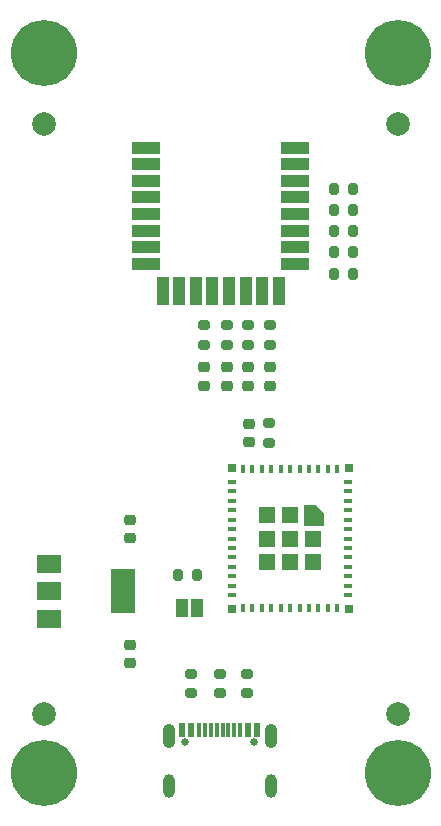
<source format=gbr>
%TF.GenerationSoftware,KiCad,Pcbnew,7.0.7*%
%TF.CreationDate,2023-08-28T22:10:07-07:00*%
%TF.ProjectId,Untitled,556e7469-746c-4656-942e-6b696361645f,rev?*%
%TF.SameCoordinates,Original*%
%TF.FileFunction,Soldermask,Top*%
%TF.FilePolarity,Negative*%
%FSLAX46Y46*%
G04 Gerber Fmt 4.6, Leading zero omitted, Abs format (unit mm)*
G04 Created by KiCad (PCBNEW 7.0.7) date 2023-08-28 22:10:07*
%MOMM*%
%LPD*%
G01*
G04 APERTURE LIST*
G04 Aperture macros list*
%AMRoundRect*
0 Rectangle with rounded corners*
0 $1 Rounding radius*
0 $2 $3 $4 $5 $6 $7 $8 $9 X,Y pos of 4 corners*
0 Add a 4 corners polygon primitive as box body*
4,1,4,$2,$3,$4,$5,$6,$7,$8,$9,$2,$3,0*
0 Add four circle primitives for the rounded corners*
1,1,$1+$1,$2,$3*
1,1,$1+$1,$4,$5*
1,1,$1+$1,$6,$7*
1,1,$1+$1,$8,$9*
0 Add four rect primitives between the rounded corners*
20,1,$1+$1,$2,$3,$4,$5,0*
20,1,$1+$1,$4,$5,$6,$7,0*
20,1,$1+$1,$6,$7,$8,$9,0*
20,1,$1+$1,$8,$9,$2,$3,0*%
G04 Aperture macros list end*
%ADD10C,0.010000*%
%ADD11RoundRect,0.200000X0.275000X-0.200000X0.275000X0.200000X-0.275000X0.200000X-0.275000X-0.200000X0*%
%ADD12RoundRect,0.200000X-0.275000X0.200000X-0.275000X-0.200000X0.275000X-0.200000X0.275000X0.200000X0*%
%ADD13C,2.000000*%
%ADD14RoundRect,0.200000X-0.200000X-0.275000X0.200000X-0.275000X0.200000X0.275000X-0.200000X0.275000X0*%
%ADD15C,5.600000*%
%ADD16RoundRect,0.218750X0.256250X-0.218750X0.256250X0.218750X-0.256250X0.218750X-0.256250X-0.218750X0*%
%ADD17R,2.450000X1.000000*%
%ADD18R,1.000000X2.450000*%
%ADD19RoundRect,0.225000X0.250000X-0.225000X0.250000X0.225000X-0.250000X0.225000X-0.250000X-0.225000X0*%
%ADD20R,2.000000X1.500000*%
%ADD21R,2.000000X3.800000*%
%ADD22RoundRect,0.225000X-0.250000X0.225000X-0.250000X-0.225000X0.250000X-0.225000X0.250000X0.225000X0*%
%ADD23RoundRect,0.200000X0.200000X0.275000X-0.200000X0.275000X-0.200000X-0.275000X0.200000X-0.275000X0*%
%ADD24R,1.000000X1.500000*%
%ADD25C,0.650000*%
%ADD26R,0.600000X1.150000*%
%ADD27R,0.300000X1.150000*%
%ADD28O,1.050000X2.100000*%
%ADD29O,1.000000X2.000000*%
%ADD30R,0.400000X0.800000*%
%ADD31R,0.800000X0.400000*%
%ADD32R,1.450000X1.450000*%
%ADD33R,0.700000X0.700000*%
G04 APERTURE END LIST*
%TO.C,U1*%
D10*
X168675000Y-112985000D02*
X168675000Y-113975000D01*
X167025000Y-113975000D01*
X167025000Y-112325000D01*
X168015000Y-112325000D01*
X168675000Y-112985000D01*
G36*
X168675000Y-112985000D02*
G01*
X168675000Y-113975000D01*
X167025000Y-113975000D01*
X167025000Y-112325000D01*
X168015000Y-112325000D01*
X168675000Y-112985000D01*
G37*
%TD*%
D11*
%TO.C,R9*%
X164200000Y-98725000D03*
X164200000Y-97075000D03*
%TD*%
D12*
%TO.C,R5*%
X157500000Y-126575000D03*
X157500000Y-128225000D03*
%TD*%
D13*
%TO.C,FID1*%
X145000000Y-80000000D03*
%TD*%
D12*
%TO.C,R2*%
X164084000Y-105347000D03*
X164084000Y-106997000D03*
%TD*%
D11*
%TO.C,R6*%
X162200000Y-128225000D03*
X162200000Y-126575000D03*
%TD*%
D14*
%TO.C,R1*%
X169575000Y-92700000D03*
X171225000Y-92700000D03*
%TD*%
D15*
%TO.C,H1*%
X145000000Y-74000000D03*
%TD*%
D11*
%TO.C,R8*%
X162300000Y-98725000D03*
X162300000Y-97075000D03*
%TD*%
D15*
%TO.C,H4*%
X175000000Y-135000000D03*
%TD*%
D13*
%TO.C,FID4*%
X175000000Y-130000000D03*
%TD*%
D16*
%TO.C,D1*%
X158600000Y-102187500D03*
X158600000Y-100612500D03*
%TD*%
D17*
%TO.C,U2*%
X153705000Y-82050000D03*
X153705000Y-83450000D03*
X153705000Y-84850000D03*
X153705000Y-86250000D03*
X153705000Y-87650000D03*
X153705000Y-89050000D03*
X153705000Y-90450000D03*
X153705000Y-91850000D03*
D18*
X155100000Y-94145000D03*
X156500000Y-94145000D03*
X157900000Y-94145000D03*
X159300000Y-94145000D03*
X160700000Y-94145000D03*
X162100000Y-94145000D03*
X163500000Y-94145000D03*
X164900000Y-94145000D03*
D17*
X166295000Y-91850000D03*
X166295000Y-90450000D03*
X166295000Y-89050000D03*
X166295000Y-87650000D03*
X166295000Y-86250000D03*
X166295000Y-84850000D03*
X166295000Y-83450000D03*
X166295000Y-82050000D03*
%TD*%
D14*
%TO.C,R11*%
X169575000Y-87300000D03*
X171225000Y-87300000D03*
%TD*%
D19*
%TO.C,C3*%
X152300000Y-115075000D03*
X152300000Y-113525000D03*
%TD*%
D16*
%TO.C,D2*%
X160500000Y-102175000D03*
X160500000Y-100600000D03*
%TD*%
D20*
%TO.C,U4*%
X145450000Y-117300000D03*
X145450000Y-119600000D03*
D21*
X151750000Y-119600000D03*
D20*
X145450000Y-121900000D03*
%TD*%
D22*
%TO.C,C1*%
X162356800Y-105397000D03*
X162356800Y-106947000D03*
%TD*%
D16*
%TO.C,D4*%
X164200000Y-102175000D03*
X164200000Y-100600000D03*
%TD*%
D14*
%TO.C,R12*%
X169575000Y-89100000D03*
X171225000Y-89100000D03*
%TD*%
D16*
%TO.C,D3*%
X162300000Y-102187500D03*
X162300000Y-100612500D03*
%TD*%
D15*
%TO.C,H2*%
X175000000Y-74000000D03*
%TD*%
D11*
%TO.C,R4*%
X159900000Y-128225000D03*
X159900000Y-126575000D03*
%TD*%
D13*
%TO.C,FID2*%
X175000000Y-80000000D03*
%TD*%
%TO.C,FID3*%
X145000000Y-130000000D03*
%TD*%
D23*
%TO.C,R14*%
X171225000Y-85500000D03*
X169575000Y-85500000D03*
%TD*%
D24*
%TO.C,JP2*%
X158000000Y-121000000D03*
X156700000Y-121000000D03*
%TD*%
D11*
%TO.C,R10*%
X158600000Y-98725000D03*
X158600000Y-97075000D03*
%TD*%
D14*
%TO.C,R13*%
X169575000Y-90900000D03*
X171225000Y-90900000D03*
%TD*%
D25*
%TO.C,J1*%
X157010000Y-132385000D03*
X162790000Y-132385000D03*
D26*
X156700000Y-131310000D03*
X157500000Y-131310000D03*
D27*
X158650000Y-131310000D03*
X159650000Y-131310000D03*
X160150000Y-131310000D03*
X161150000Y-131310000D03*
D26*
X163100000Y-131310000D03*
X162300000Y-131310000D03*
D27*
X161650000Y-131310000D03*
X160650000Y-131310000D03*
X159150000Y-131310000D03*
X158150000Y-131310000D03*
D28*
X155580000Y-131885000D03*
D29*
X155580000Y-136065000D03*
X164220000Y-136065000D03*
D28*
X164220000Y-131885000D03*
%TD*%
D30*
%TO.C,U1*%
X169875000Y-109225000D03*
X169075000Y-109225000D03*
X168275000Y-109225000D03*
X167475000Y-109225000D03*
X166675000Y-109225000D03*
X165875000Y-109225000D03*
X165075000Y-109225000D03*
X164275000Y-109225000D03*
X163475000Y-109225000D03*
X162675000Y-109225000D03*
X161875000Y-109225000D03*
D31*
X160975000Y-110325000D03*
X160975000Y-111125000D03*
X160975000Y-111925000D03*
X160975000Y-112725000D03*
X160975000Y-113525000D03*
X160975000Y-114325000D03*
X160975000Y-115125000D03*
X160975000Y-115925000D03*
X160975000Y-116725000D03*
X160975000Y-117525000D03*
X160975000Y-118325000D03*
X160975000Y-119125000D03*
X160975000Y-119925000D03*
D30*
X161875000Y-121025000D03*
X162675000Y-121025000D03*
X163475000Y-121025000D03*
X164275000Y-121025000D03*
X165075000Y-121025000D03*
X165875000Y-121025000D03*
X166675000Y-121025000D03*
X167475000Y-121025000D03*
X168275000Y-121025000D03*
X169075000Y-121025000D03*
X169875000Y-121025000D03*
D31*
X170775000Y-119925000D03*
X170775000Y-119125000D03*
X170775000Y-118325000D03*
X170775000Y-117525000D03*
X170775000Y-116725000D03*
X170775000Y-115925000D03*
X170775000Y-115125000D03*
X170775000Y-114325000D03*
X170775000Y-113525000D03*
X170775000Y-112725000D03*
X170775000Y-111925000D03*
X170775000Y-111125000D03*
X170775000Y-110325000D03*
D32*
X167850000Y-115125000D03*
X167850000Y-117100000D03*
X165875000Y-117100000D03*
X163900000Y-117100000D03*
X163900000Y-115125000D03*
X163900000Y-113150000D03*
X165875000Y-113150000D03*
X165875000Y-115125000D03*
D33*
X170825000Y-121075000D03*
X160925000Y-121075000D03*
X160925000Y-109175000D03*
X170825000Y-109175000D03*
%TD*%
D23*
%TO.C,R3*%
X158000200Y-118211600D03*
X156350200Y-118211600D03*
%TD*%
D15*
%TO.C,H3*%
X145000000Y-135000000D03*
%TD*%
D11*
%TO.C,R7*%
X160500000Y-98725000D03*
X160500000Y-97075000D03*
%TD*%
D22*
%TO.C,C2*%
X152300000Y-124125000D03*
X152300000Y-125675000D03*
%TD*%
M02*

</source>
